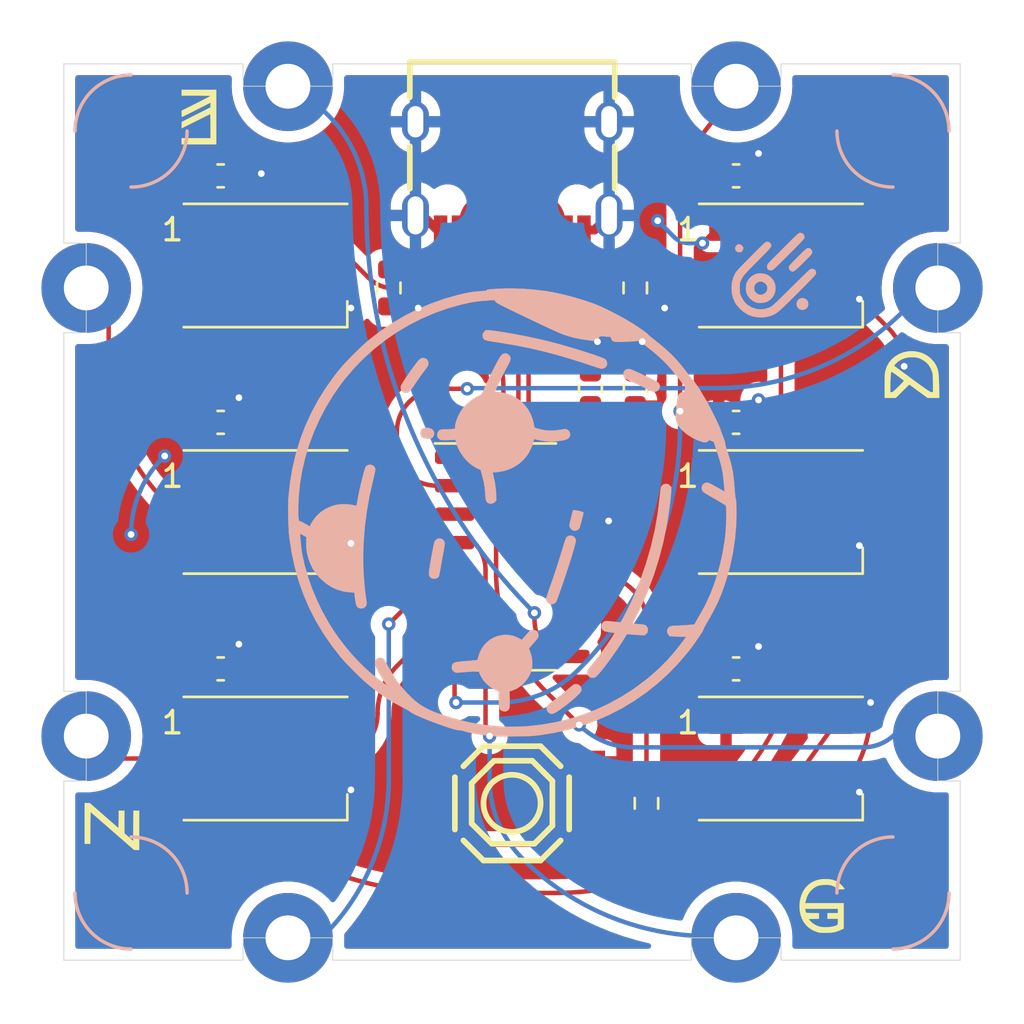
<source format=kicad_pcb>
(kicad_pcb (version 20210722) (generator pcbnew)
  (layers (0 "F.Cu" signal "Front") (31 "B.Cu" signal "Back") (34 "B.Paste" user) (35 "F.Paste" user) (36 "B.SilkS" user "B.Silkscreen") (37 "F.SilkS" user "F.Silkscreen") (38 "B.Mask" user) (39 "F.Mask" user) (44 "Edge.Cuts" user))
  (net 0 "")
  (net 1 "+3V3")
  (net 2 "GND")
  (net 3 "VBUS")
  (net 4 "Net-(D1-Pad2)")
  (net 5 "Net-(D2-Pad2)")
  (net 6 "Net-(D3-Pad2)")
  (net 7 "UD+")
  (net 8 "UD-")
  (net 9 "Net-(D4-Pad2)")
  (net 10 "Net-(J1-PadB5)")
  (net 11 "Net-(J1-PadA5)")
  (net 12 "DATA_LEDS")
  (net 13 "Net-(J2-Pad1)")
  (net 14 "Net-(J3-Pad1)")
  (net 15 "Net-(J4-Pad1)")
  (net 16 "Net-(J5-Pad1)")
  (net 17 "Net-(J6-Pad1)")
  (net 18 "Net-(J7-Pad1)")
  (net 19 "Net-(J8-Pad1)")
  (net 20 "Net-(J9-Pad1)")
  (net 21 "Net-(R3-Pad2)")
  (net 22 "Net-(D5-Pad2)")
  (footprint "Capacitor_SMD:C_0603_1608Metric" (layer "F.Cu") (at 29.188243 38.602)
    (fp_text reference "C4" hide)
    (fp_text value "0.1uf")
    (pad "1" smd roundrect locked (at -0.775 0) (size 0.9 0.95) (layers "F.Cu" "F.Paste" "F.Mask") (net 3 "VBUS"))
    (pad "2" smd roundrect locked (at 0.775 0) (size 0.9 0.95) (layers "F.Cu" "F.Paste" "F.Mask") (net 2 "GND"))
  )
  (footprint "Resistor_SMD:R_0603_1608Metric" (layer "F.Cu") (at 47.688243 32.602 -90)
    (fp_text reference "R1" hide)
    (fp_text value "5.1K")
    (pad "1" smd roundrect locked (at -0.825 0 270) (size 0.8 0.95) (layers "F.Cu" "F.Paste" "F.Mask") (net 11 "Net-(J1-PadA5)"))
    (pad "2" smd roundrect locked (at 0.825 0 270) (size 0.8 0.95) (layers "F.Cu" "F.Paste" "F.Mask") (net 2 "GND"))
  )
  (footprint "Components:Castelated" (layer "F.Cu") (at 61.188243 32.602 180)
    (fp_text reference "J5" hide)
    (fp_text value "Dune Right")
    (pad "1" thru_hole circle (at 0 0 180) (size 4 4) (drill 2) (layers *.Cu "F.Mask") (net 16 "Net-(J5-Pad1)"))
  )
  (footprint "Components:Castelated" (layer "F.Cu") (at 52.188243 23.602 -90)
    (fp_text reference "J9" hide)
    (fp_text value "3.0")
    (pad "1" thru_hole circle (at 0 0 270) (size 4 4) (drill 2) (layers *.Cu "F.Mask") (net 20 "Net-(J9-Pad1)"))
  )
  (footprint "Components:SW-SMD_4P-L5.1-W5.1-P3.70-LS6.5-TL-2" (layer "F.Cu") (at 42.188243 55.602 180)
    (fp_text reference "SW1" hide)
    (fp_text value "Tactile Button" hide)
    (pad "1" smd rect (at -3.3 -1.849 180) (size 1.7 1) (layers "F.Cu" "F.Paste" "F.Mask") (net 21 "Net-(R3-Pad2)"))
    (pad "2" smd rect (at 3.3 -1.85 180) (size 1.7 1) (layers "F.Cu" "F.Paste" "F.Mask") (net 21 "Net-(R3-Pad2)"))
    (pad "3" smd rect (at -3.3 1.85 180) (size 1.7 1) (layers "F.Cu" "F.Paste" "F.Mask") (net 3 "VBUS"))
    (pad "4" smd rect (at 3.3 1.85 180) (size 1.7 1) (layers "F.Cu" "F.Paste" "F.Mask") (net 3 "VBUS"))
  )
  (footprint "LED_SMD:LED_WS2812B_PLCC4_5.0x5.0mm_P3.2mm" (layer "F.Cu") (at 31.188243 42.602)
    (fp_text reference "D2" hide)
    (fp_text value "WS2812B")
    (fp_text user "1" (at -4.15 -1.6) (layer "F.SilkS"))
    (pad "1" smd rect locked (at -2.45 -1.6) (size 1.5 1) (layers "F.Cu" "F.Paste" "F.Mask") (net 3 "VBUS"))
    (pad "2" smd rect locked (at -2.45 1.6) (size 1.5 1) (layers "F.Cu" "F.Paste" "F.Mask") (net 5 "Net-(D2-Pad2)"))
    (pad "3" smd rect locked (at 2.45 1.6) (size 1.5 1) (layers "F.Cu" "F.Paste" "F.Mask") (net 2 "GND"))
    (pad "4" smd rect locked (at 2.45 -1.6) (size 1.5 1) (layers "F.Cu" "F.Paste" "F.Mask") (net 4 "Net-(D1-Pad2)"))
  )
  (footprint "LED_SMD:LED_WS2812B_PLCC4_5.0x5.0mm_P3.2mm" (layer "F.Cu") (at 31.188243 31.602)
    (fp_text reference "D1" hide)
    (fp_text value "WS2812B")
    (fp_text user "1" (at -4.15 -1.6) (layer "F.SilkS"))
    (pad "1" smd rect locked (at -2.45 -1.6) (size 1.5 1) (layers "F.Cu" "F.Paste" "F.Mask") (net 3 "VBUS"))
    (pad "2" smd rect locked (at -2.45 1.6) (size 1.5 1) (layers "F.Cu" "F.Paste" "F.Mask") (net 4 "Net-(D1-Pad2)"))
    (pad "3" smd rect locked (at 2.45 1.6) (size 1.5 1) (layers "F.Cu" "F.Paste" "F.Mask") (net 2 "GND"))
    (pad "4" smd rect locked (at 2.45 -1.6) (size 1.5 1) (layers "F.Cu" "F.Paste" "F.Mask") (net 12 "DATA_LEDS"))
  )
  (footprint "Capacitor_SMD:C_0603_1608Metric" (layer "F.Cu") (at 52.188243 38.602)
    (fp_text reference "C7" hide)
    (fp_text value "0.1uf")
    (pad "1" smd roundrect locked (at -0.775 0) (size 0.9 0.95) (layers "F.Cu" "F.Paste" "F.Mask") (net 3 "VBUS"))
    (pad "2" smd roundrect locked (at 0.775 0) (size 0.9 0.95) (layers "F.Cu" "F.Paste" "F.Mask") (net 2 "GND"))
  )
  (footprint "Package_SO:SO-16_3.9x9.9mm_P1.27mm" (layer "F.Cu") (at 42.2 44.602)
    (fp_text reference "U1" hide)
    (fp_text value "CH552G")
    (pad "1" smd roundrect locked (at -2.575 -4.445) (size 1.75 0.6) (layers "F.Cu" "F.Paste" "F.Mask") (net 18 "Net-(J7-Pad1)"))
    (pad "2" smd roundrect locked (at -2.575 -3.175) (size 1.75 0.6) (layers "F.Cu" "F.Paste" "F.Mask") (net 16 "Net-(J5-Pad1)"))
    (pad "3" smd roundrect locked (at -2.575 -1.905) (size 1.75 0.6) (layers "F.Cu" "F.Paste" "F.Mask") (net 15 "Net-(J4-Pad1)"))
    (pad "4" smd roundrect locked (at -2.575 -0.635) (size 1.75 0.6) (layers "F.Cu" "F.Paste" "F.Mask") (net 14 "Net-(J3-Pad1)"))
    (pad "5" smd roundrect locked (at -2.575 0.635) (size 1.75 0.6) (layers "F.Cu" "F.Paste" "F.Mask") (net 13 "Net-(J2-Pad1)"))
    (pad "6" smd roundrect locked (at -2.575 1.905) (size 1.75 0.6) (layers "F.Cu" "F.Paste" "F.Mask"))
    (pad "7" smd roundrect locked (at -2.575 3.175) (size 1.75 0.6) (layers "F.Cu" "F.Paste" "F.Mask") (net 19 "Net-(J8-Pad1)"))
    (pad "8" smd roundrect locked (at -2.575 4.445) (size 1.75 0.6) (layers "F.Cu" "F.Paste" "F.Mask") (net 20 "Net-(J9-Pad1)"))
    (pad "9" smd roundrect locked (at 2.575 4.445) (size 1.75 0.6) (layers "F.Cu" "F.Paste" "F.Mask") (net 17 "Net-(J6-Pad1)"))
    (pad "10" smd roundrect locked (at 2.575 3.175) (size 1.75 0.6) (layers "F.Cu" "F.Paste" "F.Mask"))
    (pad "11" smd roundrect locked (at 2.575 1.905) (size 1.75 0.6) (layers "F.Cu" "F.Paste" "F.Mask") (net 12 "DATA_LEDS"))
    (pad "12" smd roundrect locked (at 2.575 0.635) (size 1.75 0.6) (layers "F.Cu" "F.Paste" "F.Mask") (net 7 "UD+"))
    (pad "13" smd roundrect locked (at 2.575 -0.635) (size 1.75 0.6) (layers "F.Cu" "F.Paste" "F.Mask") (net 8 "UD-"))
    (pad "14" smd roundrect locked (at 2.575 -1.905) (size 1.75 0.6) (layers "F.Cu" "F.Paste" "F.Mask") (net 2 "GND"))
    (pad "15" smd roundrect locked (at 2.575 -3.175) (size 1.75 0.6) (layers "F.Cu" "F.Paste" "F.Mask") (net 3 "VBUS"))
    (pad "16" smd roundrect locked (at 2.575 -4.445) (size 1.75 0.6) (layers "F.Cu" "F.Paste" "F.Mask") (net 1 "+3V3"))
  )
  (footprint "LED_SMD:LED_WS2812B_PLCC4_5.0x5.0mm_P3.2mm" (layer "F.Cu") (at 54.188243 42.602)
    (fp_text reference "D5" hide)
    (fp_text value "WS2812B")
    (fp_text user "1" (at -4.15 -1.6) (layer "F.SilkS"))
    (pad "1" smd rect locked (at -2.45 -1.6) (size 1.5 1) (layers "F.Cu" "F.Paste" "F.Mask") (net 3 "VBUS"))
    (pad "2" smd rect locked (at -2.45 1.6) (size 1.5 1) (layers "F.Cu" "F.Paste" "F.Mask") (net 22 "Net-(D5-Pad2)"))
    (pad "3" smd rect locked (at 2.45 1.6) (size 1.5 1) (layers "F.Cu" "F.Paste" "F.Mask") (net 2 "GND"))
    (pad "4" smd rect locked (at 2.45 -1.6) (size 1.5 1) (layers "F.Cu" "F.Paste" "F.Mask") (net 9 "Net-(D4-Pad2)"))
  )
  (footprint "Capacitor_SMD:C_0603_1608Metric" (layer "F.Cu") (at 29.188243 49.602)
    (fp_text reference "C5" hide)
    (fp_text value "0.1uf")
    (pad "1" smd roundrect locked (at -0.775 0) (size 0.9 0.95) (layers "F.Cu" "F.Paste" "F.Mask") (net 3 "VBUS"))
    (pad "2" smd roundrect locked (at 0.775 0) (size 0.9 0.95) (layers "F.Cu" "F.Paste" "F.Mask") (net 2 "GND"))
  )
  (footprint "Components:Castelated" (layer "F.Cu") (at 23.188243 32.602 180)
    (fp_text reference "J4" hide)
    (fp_text value "Zebrum Left")
    (pad "1" thru_hole circle (at 0 0 180) (size 4 4) (drill 2) (layers *.Cu "F.Mask") (net 15 "Net-(J4-Pad1)"))
  )
  (footprint "Components:Castelated" (layer "F.Cu") (at 52.188243 61.602 180)
    (fp_text reference "J3" hide)
    (fp_text value "Gargantua Top")
    (pad "1" thru_hole circle (at 0 0 180) (size 4 4) (drill 2) (layers *.Cu "F.Mask") (net 14 "Net-(J3-Pad1)"))
  )
  (footprint "LOGO" (layer "F.Cu") (at 54.981796 61.260796)
    (fp_text reference "G***" hide)
    (fp_text value "LOGO" hide)
  )
  (footprint "Capacitor_SMD:C_0603_1608Metric" (layer "F.Cu") (at 45.688243 37.102 90)
    (fp_text reference "C2" hide)
    (fp_text value "0.1uf")
    (pad "1" smd roundrect locked (at -0.775 0 90) (size 0.9 0.95) (layers "F.Cu" "F.Paste" "F.Mask") (net 1 "+3V3"))
    (pad "2" smd roundrect locked (at 0.775 0 90) (size 0.9 0.95) (layers "F.Cu" "F.Paste" "F.Mask") (net 2 "GND"))
  )
  (footprint "Capacitor_SMD:C_0603_1608Metric" (layer "F.Cu") (at 29.188243 27.602)
    (fp_text reference "C3" hide)
    (fp_text value "0.1uf")
    (pad "1" smd roundrect locked (at -0.775 0) (size 0.9 0.95) (layers "F.Cu" "F.Paste" "F.Mask") (net 3 "VBUS"))
    (pad "2" smd roundrect locked (at 0.775 0) (size 0.9 0.95) (layers "F.Cu" "F.Paste" "F.Mask") (net 2 "GND"))
  )
  (footprint "Resistor_SMD:R_0603_1608Metric" (layer "F.Cu") (at 36.688243 32.602 -90)
    (fp_text reference "R2" hide)
    (fp_text value "5.1K")
    (pad "1" smd roundrect locked (at -0.825 0 270) (size 0.8 0.95) (layers "F.Cu" "F.Paste" "F.Mask") (net 10 "Net-(J1-PadB5)"))
    (pad "2" smd roundrect locked (at 0.825 0 270) (size 0.8 0.95) (layers "F.Cu" "F.Paste" "F.Mask") (net 2 "GND"))
  )
  (footprint "Capacitor_SMD:C_0603_1608Metric" (layer "F.Cu") (at 52.188243 27.602)
    (fp_text reference "C8" hide)
    (fp_text value "0.1uf")
    (pad "1" smd roundrect locked (at -0.775 0) (size 0.9 0.95) (layers "F.Cu" "F.Paste" "F.Mask") (net 3 "VBUS"))
    (pad "2" smd roundrect locked (at 0.775 0) (size 0.9 0.95) (layers "F.Cu" "F.Paste" "F.Mask") (net 2 "GND"))
  )
  (footprint "Components:USB-C-SMD_KH-TYPE-C-16P" (layer "F.Cu") (at 42.2 27.602 180)
    (fp_text reference "J1" hide)
    (fp_text value "USB_C_Receptacle_USB2.0" hide)
    (pad "" np_thru_hole circle locked (at -2.89 -1.235 180) (size 0.7 0.7) (drill 0.7) (layers *.Cu *.Mask))
    (pad "" np_thru_hole circle locked (at 2.89 -1.235 180) (size 0.7 0.7) (drill 0.7) (layers *.Cu *.Mask))
    (pad "A1" smd rect locked (at -3.35 -2.415 180) (size 0.3 1.3) (layers "F.Cu" "F.Paste" "F.Mask") (net 2 "GND"))
    (pad "A4" smd rect locked (at -2.55 -2.415 180) (size 0.3 1.3) (layers "F.Cu" "F.Paste" "F.Mask") (net 3 "VBUS"))
    (pad "A5" smd rect locked (at -1.25 -2.415 180) (size 0.3 1.3) (layers "F.Cu" "F.Paste" "F.Mask") (net 11 "Net-(J1-PadA5)"))
    (pad "A6" smd rect locked (at -0.25 -2.415 180) (size 0.3 1.3) (layers "F.Cu" "F.Paste" "F.Mask") (net 7 "UD+"))
    (pad "A7" smd rect locked (at 0.25 -2.415 180) (size 0.3 1.3) (layers "F.Cu" "F.Paste" "F.Mask") (net 8 "UD-"))
    (pad "A8" smd rect locked (at 1.25 -2.415 180) (size 0.3 1.3) (layers "F.Cu" "F.Paste" "F.Mask"))
    (pad "A9" smd rect locked (at 2.55 -2.415 180) (size 0.3 1.3) (layers "F.Cu" "F.Paste" "F.Mask") (net 3 "VBUS"))
    (pad "A12" smd rect locked (at 3.35 -2.415 180) (size 0.3 1.3) (layers "F.Cu" "F.Paste" "F.Mask") (net 2 "GND"))
    (pad "B1" smd rect locked (at 3.05 -2.415 180) (size 0.3 1.3) (layers "F.Cu" "F.Paste" "F.Mask") (net 2 "GND"))
    (pad "B4" smd rect locked (at 2.25 -2.415 180) (size 0.3 1.3) (layers "F.Cu" "F.Paste" "F.Mask") (net 3 "VBUS"))
    (pad "B5" smd rect locked (at 1.75 -2.415 180) (size 0.3 1.3) (layers "F.Cu" "F.Paste" "F.Mask") (net 10 "Net-(J1-PadB5)"))
    (pad "B6" smd rect locked (at 0.75 -2.415 180) (size 0.3 1.3) (layers "F.Cu" "F.Paste" "F.Mask") (net 7 "UD+"))
    (pad "B7" smd rect locked (at -0.75 -2.415 180) (size 0.3 1.3) (layers "F.Cu" "F.Paste" "F.Mask") (net 8 "UD-"))
    (pad "B8" smd rect locked (at -1.75 -2.415 180) (size 0.3 1.3) (layers "F.Cu" "F.Paste" "F.Mask"))
    (pad "B9" smd rect locked (at -2.25 -2.415 180) (size 0.3 1.3) (layers "F.Cu" "F.Paste" "F.Mask") (net 3 "VBUS"))
    (pad "B12" smd rect locked (at -3.05 -2.415 180) (size 0.3 1.3) (layers "F.Cu" "F.Paste" "F.Mask") (net 2 "GND"))
    (pad "S1" thru_hole oval locked (at 4.32 -1.765 180) (size 1.2 2) (drill oval 0.7 1.7) (layers *.Cu *.Paste *.Mask) (net 2 "GND"))
    (pad "S1" thru_hole oval locked (at -4.32 -1.765 180) (size 1.2 2) (drill oval 0.7 1.7) (layers *.Cu *.Paste *.Mask) (net 2 "GND"))
    (pad "S1" thru_hole oval locked (at 4.32 2.415 180) (size 1.2 1.8) (drill oval 0.7 1.4) (layers *.Cu *.Paste *.Mask) (net 2 "GND"))
    (pad "S1" thru_hole oval locked (at -4.32 2.415 180) (size 1.2 1.8) (drill oval 0.7 1.4) (layers *.Cu *.Paste *.Mask) (net 2 "GND"))
  )
  (footprint "LED_SMD:LED_WS2812B_PLCC4_5.0x5.0mm_P3.2mm" (layer "F.Cu") (at 31.188243 53.602)
    (fp_text reference "D3" hide)
    (fp_text value "WS2812B")
    (fp_text user "1" (at -4.15 -1.6) (layer "F.SilkS"))
    (pad "1" smd rect locked (at -2.45 -1.6) (size 1.5 1) (layers "F.Cu" "F.Paste" "F.Mask") (net 3 "VBUS"))
    (pad "2" smd rect locked (at -2.45 1.6) (size 1.5 1) (layers "F.Cu" "F.Paste" "F.Mask") (net 6 "Net-(D3-Pad2)"))
    (pad "3" smd rect locked (at 2.45 1.6) (size 1.5 1) (layers "F.Cu" "F.Paste" "F.Mask") (net 2 "GND"))
    (pad "4" smd rect locked (at 2.45 -1.6) (size 1.5 1) (layers "F.Cu" "F.Paste" "F.Mask") (net 5 "Net-(D2-Pad2)"))
  )
  (footprint "LOGO" (layer "F.Cu") (at 61.315899 37.534039 90)
    (fp_text reference "G***" hide)
    (fp_text value "LOGO" hide)
  )
  (footprint "LOGO" (layer "F.Cu") (at 29.027984 23.922517 180)
    (fp_text reference "G***" hide)
    (fp_text value "LOGO" hide)
  )
  (footprint "Capacitor_SMD:C_0603_1608Metric" (layer "F.Cu") (at 52.188243 49.602)
    (fp_text reference "C6" hide)
    (fp_text value "0.1uf")
    (pad "1" smd roundrect locked (at -0.775 0) (size 0.9 0.95) (layers "F.Cu" "F.Paste" "F.Mask") (net 3 "VBUS"))
    (pad "2" smd roundrect locked (at 0.775 0) (size 0.9 0.95) (layers "F.Cu" "F.Paste" "F.Mask") (net 2 "GND"))
  )
  (footprint "LED_SMD:LED_WS2812B_PLCC4_5.0x5.0mm_P3.2mm" (layer "F.Cu") (at 54.188243 31.602)
    (fp_text reference "D6" hide)
    (fp_text value "WS2812B")
    (fp_text user "1" (at -4.15 -1.6) (layer "F.SilkS"))
    (pad "1" smd rect locked (at -2.45 -1.6) (size 1.5 1) (layers "F.Cu" "F.Paste" "F.Mask") (net 3 "VBUS"))
    (pad "2" smd rect locked (at -2.45 1.6) (size 1.5 1) (layers "F.Cu" "F.Paste" "F.Mask"))
    (pad "3" smd rect locked (at 2.45 1.6) (size 1.5 1) (layers "F.Cu" "F.Paste" "F.Mask") (net 2 "GND"))
    (pad "4" smd rect locked (at 2.45 -1.6) (size 1.5 1) (layers "F.Cu" "F.Paste" "F.Mask") (net 22 "Net-(D5-Pad2)"))
  )
  (footprint "Components:Castelated" (layer "F.Cu") (at 32.188243 61.602)
    (fp_text reference "J2" hide)
    (fp_text value "Quamtum Front")
    (pad "1" thru_hole circle (at 0 0) (size 4 4) (drill 2) (layers *.Cu "F.Mask") (net 13 "Net-(J2-Pad1)"))
  )
  (footprint "LOGO" (layer "F.Cu") (at 41.719525 42.615346)
    (fp_text reference "G***" hide)
    (fp_text value "LOGO" hide)
  )
  (footprint "Resistor_SMD:R_0603_1608Metric" (layer "F.Cu") (at 48.188243 55.602 -90)
    (fp_text reference "R3" hide)
    (fp_text value "10K")
    (pad "1" smd roundrect locked (at -0.825 0 270) (size 0.8 0.95) (layers "F.Cu" "F.Paste" "F.Mask") (net 7 "UD+"))
    (pad "2" smd roundrect locked (at 0.825 0 270) (size 0.8 0.95) (layers "F.Cu" "F.Paste" "F.Mask") (net 21 "Net-(R3-Pad2)"))
  )
  (footprint "LED_SMD:LED_WS2812B_PLCC4_5.0x5.0mm_P3.2mm" (layer "F.Cu") (at 54.188243 53.602)
    (fp_text reference "D4" hide)
    (fp_text value "WS2812B")
    (fp_text user "1" (at -4.15 -1.6) (layer "F.SilkS"))
    (pad "1" smd rect locked (at -2.45 -1.6) (size 1.5 1) (layers "F.Cu" "F.Paste" "F.Mask") (net 3 "VBUS"))
    (pad "2" smd rect locked (at -2.45 1.6) (size 1.5 1) (layers "F.Cu" "F.Paste" "F.Mask") (net 9 "Net-(D4-Pad2)"))
    (pad "3" smd rect locked (at 2.45 1.6) (size 1.5 1) (layers "F.Cu" "F.Paste" "F.Mask") (net 2 "GND"))
    (pad "4" smd rect locked (at 2.45 -1.6) (size 1.5 1) (layers "F.Cu" "F.Paste" "F.Mask") (net 6 "Net-(D3-Pad2)"))
  )
  (footprint "Components:Castelated" (layer "F.Cu") (at 61.188243 52.602 -90)
    (fp_text reference "J7" hide)
    (fp_text value "3.2")
    (pad "1" thru_hole circle (at 0 0 270) (size 4 4) (drill 2) (layers *.Cu "F.Mask") (net 18 "Net-(J7-Pad1)"))
  )
  (footprint "Capacitor_SMD:C_0603_1608Metric" (layer "F.Cu") (at 47.688243 37.102 90)
    (fp_text reference "C1" hide)
    (fp_text value "0.1uf")
    (pad "1" smd roundrect locked (at -0.775 0 90) (size 0.9 0.95) (layers "F.Cu" "F.Paste" "F.Mask") (net 3 "VBUS"))
    (pad "2" smd roundrect locked (at 0.775 0 90) (size 0.9 0.95) (layers "F.Cu" "F.Paste" "F.Mask") (net 2 "GND"))
  )
  (footprint "LOGO" (layer "F.Cu") (at 41.719525 42.615346)
    (fp_text reference "G***" hide)
    (fp_text value "LOGO" hide)
  )
  (footprint "LOGO" (layer "F.Cu") (at 23.188243 55.602 -90)
    (fp_text reference "G***" hide)
    (fp_text value "LOGO" hide)
  )
  (footprint "Components:Castelated" (layer "F.Cu") (at 23.188243 52.602 180)
    (fp_text reference "J8" hide)
    (fp_text value "3.1")
    (pad "1" thru_hole circle (at 0 0 180) (size 4 4) (drill 2) (layers *.Cu "F.Mask") (net 19 "Net-(J8-Pad1)"))
  )
  (footprint "Components:Castelated" (layer "F.Cu") (at 32.188243 23.602 -90)
    (fp_text reference "J6" hide)
    (fp_text value "Enkrusion Back")
    (pad "1" thru_hole circle (at 0 0 270) (size 4 4) (drill 2) (layers *.Cu "F.Mask") (net 17 "Net-(J6-Pad1)"))
  )
  (footprint "LOGO" (layer "F.Cu") (at 56.149436 44.81375)
    (fp_text reference "G***" hide)
    (fp_text value "LOGO" hide)
  )
  (gr_arc (start 25.188243 25.602) (end 25.188243 23.102) (angle -90) (layer "B.SilkS") (width 0.1524))
  (gr_arc (start 59.188243 25.602) (end 56.688243 25.602) (angle -90) (layer "B.SilkS") (width 0.1524))
  (gr_arc (start 59.188243 25.602) (end 61.688243 25.602) (angle -90) (layer "B.SilkS") (width 0.1524))
  (gr_arc (start 25.188243 59.602) (end 22.688243 59.602) (angle -90) (layer "B.SilkS") (width 0.1524))
  (gr_arc (start 25.188243 25.602) (end 25.188243 28.102) (angle -90) (layer "B.SilkS") (width 0.1524))
  (gr_arc (start 59.188243 59.602) (end 59.188243 57.102) (angle -90) (layer "B.SilkS") (width 0.1524))
  (gr_arc (start 25.188243 59.602) (end 27.688243 59.602) (angle -90) (layer "B.SilkS") (width 0.1524))
  (gr_arc (start 59.188243 59.602) (end 59.188243 62.102) (angle -90) (layer "B.SilkS") (width 0.1524))
  (gr_line (start 23.188243 30.602) (end 22.188243 30.602) (layer "Edge.Cuts") (width 0.0381))
  (gr_line (start 62.188243 30.602) (end 62.188243 22.602) (layer "Edge.Cuts") (width 0.0381))
  (gr_line (start 34.188243 61.602) (end 34.188243 62.602) (layer "Edge.Cuts") (width 0.0381))
  (gr_line (start 50.188243 23.602) (end 50.188243 22.602) (layer "Edge.Cuts") (width 0.0381))
  (gr_line (start 61.188243 32.602) (end 61.188243 34.602) (layer "Edge.Cuts") (width 0.0381))
  (gr_line (start 23.188243 32.602) (end 23.188243 30.602) (layer "Edge.Cuts") (width 0.0381))
  (gr_line (start 61.188243 52.602) (end 61.188243 54.602) (layer "Edge.Cuts") (width 0.0381))
  (gr_line (start 61.188243 34.602) (end 62.188243 34.602) (layer "Edge.Cuts") (width 0.0381))
  (gr_line (start 50.188243 62.602) (end 34.188243 62.602) (layer "Edge.Cuts") (width 0.0381))
  (gr_line (start 61.188243 54.602) (end 62.188243 54.602) (layer "Edge.Cuts") (width 0.0381))
  (gr_line (start 52.188243 23.602) (end 50.188243 23.602) (layer "Edge.Cuts") (width 0.0381))
  (gr_line (start 61.188243 32.602) (end 61.188243 30.602) (layer "Edge.Cuts") (width 0.0381))
  (gr_line (start 61.188243 52.602) (end 61.188243 50.602) (layer "Edge.Cuts") (width 0.0381))
  (gr_line (start 62.188243 54.602) (end 62.188243 62.602) (layer "Edge.Cuts") (width 0.0381))
  (gr_line (start 61.188243 30.602) (end 62.188243 30.602) (layer "Edge.Cuts") (width 0.0381))
  (gr_line (start 30.188243 62.602) (end 22.188243 62.602) (layer "Edge.Cuts") (width 0.0381))
  (gr_line (start 32.188243 61.602) (end 34.188243 61.602) (layer "Edge.Cuts") (width 0.0381))
  (gr_line (start 52.188243 61.602) (end 54.188243 61.602) (layer "Edge.Cuts") (width 0.0381))
  (gr_line (start 22.188243 54.602) (end 22.188243 62.602) (layer "Edge.Cuts") (width 0.0381))
  (gr_line (start 50.188243 61.602) (end 50.188243 62.602) (layer "Edge.Cuts") (width 0.0381))
  (gr_line (start 54.188243 23.602) (end 54.188243 22.602) (layer "Edge.Cuts") (width 0.0381))
  (gr_line (start 52.188243 23.602) (end 54.188243 23.602) (layer "Edge.Cuts") (width 0.0381))
  (gr_line (start 22.188243 30.602) (end 22.188243 22.602) (layer "Edge.Cuts") (width 0.0381))
  (gr_line (start 23.188243 50.602) (end 22.188243 50.602) (layer "Edge.Cuts") (width 0.0381))
  (gr_line (start 54.188243 61.602) (end 54.188243 62.602) (layer "Edge.Cuts") (width 0.0381))
  (gr_line (start 23.188243 52.602) (end 23.188243 50.602) (layer "Edge.Cuts") (width 0.0381))
  (gr_line (start 34.188243 22.602) (end 50.188243 22.602) (layer "Edge.Cuts") (width 0.0381))
  (gr_line (start 61.188243 50.602) (end 62.188243 50.602) (layer "Edge.Cuts") (width 0.0381))
  (gr_line (start 62.188243 34.602) (end 62.188243 50.602) (layer "Edge.Cuts") (width 0.0381))
  (gr_line (start 54.188243 62.602) (end 62.188243 62.602) (layer "Edge.Cuts") (width 0.0381))
  (gr_line (start 30.188243 22.602) (end 22.188243 22.602) (layer "Edge.Cuts") (width 0.0381))
  (gr_line (start 32.188243 23.602) (end 34.188243 23.602) (layer "Edge.Cuts") (width 0.0381))
  (gr_line (start 23.188243 52.602) (end 23.188243 54.602) (layer "Edge.Cuts") (width 0.0381))
  (gr_line (start 32.188243 61.602) (end 30.188243 61.602) (layer "Edge.Cuts") (width 0.0381))
  (gr_line (start 30.188243 23.602) (end 30.188243 22.602) (layer "Edge.Cuts") (width 0.0381))
  (gr_line (start 30.188243 61.602) (end 30.188243 62.602) (layer "Edge.Cuts") (width 0.0381))
  (gr_line (start 22.188243 50.602) (end 22.188243 34.602) (layer "Edge.Cuts") (width 0.0381))
  (gr_line (start 23.188243 34.602) (end 22.188243 34.602) (layer "Edge.Cuts") (width 0.0381))
  (gr_line (start 52.188243 61.602) (end 50.188243 61.602) (layer "Edge.Cuts") (width 0.0381))
  (gr_line (start 54.188243 22.602) (end 62.188243 22.602) (layer "Edge.Cuts") (width 0.0381))
  (gr_line (start 23.188243 54.602) (end 22.188243 54.602) (layer "Edge.Cuts") (width 0.0381))
  (gr_line (start 34.188243 23.602) (end 34.188243 22.602) (layer "Edge.Cuts") (width 0.0381))
  (gr_line (start 32.188243 23.602) (end 30.188243 23.602) (layer "Edge.Cuts") (width 0.0381))
  (gr_line (start 23.188243 32.602) (end 23.188243 34.602) (layer "Edge.Cuts") (width 0.0381))
  (segment (start 45.688243 39.243757) (end 45.688243 37.877) (width 0.2) (layer "F.Cu") (net 1))
  (segment (start 44.775 40.157) (end 45.688243 39.243757) (width 0.2) (layer "F.Cu") (net 1))
  (segment (start 57.588243 44.202) (end 56.638243 44.202) (width 0.2) (layer "F.Cu") (net 2))
  (segment (start 57.688243 44.102) (end 57.588243 44.202) (width 0.2) (layer "F.Cu") (net 2))
  (segment (start 57.688243 33.102) (end 57.588243 33.202) (width 0.2) (layer "F.Cu") (net 2))
  (segment (start 52.963243 38.602) (end 52.963243 37.827) (width 0.2) (layer "F.Cu") (net 2))
  (segment (start 37.927 33.427) (end 38 33.5) (width 0.2) (layer "F.Cu") (net 2))
  (segment (start 44.775 42.697) (end 46.197 42.697) (width 0.2) (layer "F.Cu") (net 2))
  (segment (start 47.688243 33.427) (end 48.927 33.427) (width 0.2) (layer "F.Cu") (net 2))
  (segment (start 58.188243 51.460012) (end 58.188243 51.102) (width 0.2) (layer "F.Cu") (net 2))
  (segment (start 33.638243 55.202) (end 34.798 55.202) (width 0.2) (layer "F.Cu") (net 2))
  (segment (start 38.2 29.367) (end 38.85 30.017) (width 0.4) (layer "F.Cu") (net 2))
  (segment (start 33.638243 33.202) (end 34.702 33.202) (width 0.2) (layer "F.Cu") (net 2))
  (segment (start 34.702 33.202) (end 35 33.5) (width 0.2) (layer "F.Cu") (net 2))
  (segment (start 52.963243 27.602) (end 52.963243 26.827) (width 0.2) (layer "F.Cu") (net 2))
  (segment (start 56.638243 55.202) (end 57.588243 55.202) (width 0.2) (layer "F.Cu") (net 2))
  (segment (start 36.688243 33.427) (end 37.927 33.427) (width 0.2) (layer "F.Cu") (net 2))
  (segment (start 37.88 29.367) (end 38.2 29.367) (width 0.4) (layer "F.Cu") (net 2))
  (segment (start 29.963243 27.602) (end 30.898 27.602) (width 0.2) (layer "F.Cu") (net 2))
  (segment (start 47.688243 36.327) (end 47.688243 35.311757) (width 0.2) (layer "F.Cu") (net 2))
  (segment (start 29.963243 48.536757) (end 30 48.5) (width 0.2) (layer "F.Cu") (net 2))
  (segment (start 57.588243 33.202) (end 56.638243 33.202) (width 0.2) (layer "F.Cu") (net 2))
  (segment (start 57.588243 55.202) (end 57.688243 55.102) (width 0.2) (layer "F.Cu") (net 2))
  (segment (start 46.197 42.697) (end 46.5 43) (width 0.2) (layer "F.Cu") (net 2))
  (segment (start 29.963243 38.602) (end 29.963243 37.536757) (width 0.2) (layer "F.Cu") (net 2))
  (segment (start 30.898 27.602) (end 31 27.5) (width 0.2) (layer "F.Cu") (net 2))
  (segment (start 52.963243 49.602) (end 52.963243 48.827) (width 0.2) (layer "F.Cu") (net 2))
  (segment (start 34.798 55.202) (end 35 55) (width 0.2) (layer "F.Cu") (net 2))
  (segment (start 47.688243 35.311757) (end 48 35) (width 0.2) (layer "F.Cu") (net 2))
  (segment (start 52.963243 26.827) (end 53.188243 26.602) (width 0.2) (layer "F.Cu") (net 2))
  (segment (start 34.798 44.202) (end 35 44) (width 0.2) (layer "F.Cu") (net 2))
  (segment (start 45.55 30.017) (end 45.87 30.017) (width 0.4) (layer "F.Cu") (net 2))
  (segment (start 52.963243 48.827) (end 53.188243 48.602) (width 0.2) (layer "F.Cu") (net 2))
  (segment (start 52.963243 37.827) (end 53.188243 37.602) (width 0.2) (layer "F.Cu") (net 2))
  (segment (start 45.688243 35.311757) (end 46 35) (width 0.2) (layer "F.Cu") (net 2))
  (segment (start 33.638243 44.202) (end 34.798 44.202) (width 0.2) (layer "F.Cu") (net 2))
  (segment (start 45.688243 36.327) (end 45.688243 35.311757) (width 0.2) (layer "F.Cu") (net 2))
  (segment (start 29.963243 37.536757) (end 30 37.5) (width 0.2) (layer "F.Cu") (net 2))
  (segment (start 45.87 30.017) (end 46.52 29.367) (width 0.4) (layer "F.Cu") (net 2))
  (segment (start 29.963243 49.602) (end 29.963243 48.536757) (width 0.2) (layer "F.Cu") (net 2))
  (segment (start 57.688243 33.102) (end 58.981079 34.394836) (width 0.2) (layer "F.Cu") (net 2))
  (segment (start 48.927 33.427) (end 49 33.5) (width 0.2) (layer "F.Cu") (net 2))
  (via (at 35 55) (size 0.6) (drill 0.3) (layers "F.Cu" "B.Cu") (net 2))
  (via (at 35 44) (size 0.6) (drill 0.3) (layers "F.Cu" "B.Cu") (net 2))
  (via (at 57.688243 33.102) (size 0.6) (drill 0.3) (layers "F.Cu" "B.Cu") (net 2))
  (via (at 58.188243 51.102) (size 0.6) (drill 0.3) (layers "F.Cu" "B.Cu") (net 2))
  (via (at 57.688243 44.102) (size 0.6) (drill 0.3) (layers "F.Cu" "B.Cu") (net 2))
  (via (at 38 33.5) (size 0.6) (drill 0.3) (layers "F.Cu" "B.Cu") (net 2))
  (via (at 53.188243 48.602) (size 0.6) (drill 0.3) (layers "F.Cu" "B.Cu") (net 2))
  (via (at 31 27.5) (size 0.6) (drill 0.3) (layers "F.Cu" "B.Cu") (net 2))
  (via (at 30 37.5) (size 0.6) (drill 0.3) (layers "F.Cu" "B.Cu") (net 2))
  (via (at 57.688243 55.102) (size 0.6) (drill 0.3) (layers "F.Cu" "B.Cu") (net 2))
  (via (at 48 35) (size 0.6) (drill 0.3) (layers "F.Cu" "B.Cu") (net 2))
  (via (at 49 33.5) (size 0.6) (drill 0.3) (layers "F.Cu" "B.Cu") (net 2))
  (via (at 53.188243 37.602) (size 0.6) (drill 0.3) (layers "F.Cu" "B.Cu") (net 2))
  (via (at 46.5 43) (size 0.6) (drill 0.3) (layers "F.Cu" "B.Cu") (net 2))
  (via (at 59.688243 36.102) (size 0.6) (drill 0.3) (layers "F.Cu" "B.Cu") (net 2))
  (via (at 30 48.5) (size 0.6) (drill 0.3) (layers "F.Cu" "B.Cu") (net 2))
  (via (at 53.188243 26.602) (size 0.6) (drill 0.3) (layers "F.Cu" "B.Cu") (net 2))
  (via (at 46 35) (size 0.6) (drill 0.3) (layers "F.Cu" "B.Cu") (net 2))
  (via (at 35 33.5) (size 0.6) (drill 0.3) (layers "F.Cu" "B.Cu") (net 2))
  (arc (start 59.688243 36.102) (mid 59.504457 35.178127) (end 58.981079 34.394836) (width 0.2) (layer "F.Cu") (net 2))
  (arc (start 56.638243 55.202) (mid 57.78542 53.485144) (end 58.188243 51.460012) (width 0.2) (layer "F.Cu") (net 2))
  (segment (start 27.588243 41.002) (end 26.688243 40.102) (width 0.2) (layer "F.Cu") (net 3))
  (segment (start 47.688243 37.877) (end 47.688243 39.388756) (width 0.2) (layer "F.Cu") (net 3))
  (segment (start 41.050367 28.539646) (end 43.349645 28.539646) (width 0.2) (layer "F.Cu") (net 3))
  (segment (start 28.413243 29.677) (end 28.738243 30.002) (width 0.6) (layer "F.Cu") (net 3))
  (segment (start 39.95 30.017) (end 39.95 29.581214) (width 0.2) (layer "F.Cu") (net 3))
  (segment (start 28.413243 51.677) (end 28.738243 52.002) (width 0.6) (layer "F.Cu") (net 3))
  (segment (start 45.649999 41.427) (end 44.775 41.427) (width 0.2) (layer "F.Cu") (net 3))
  (segment (start 51.288243 30.002) (end 50.688243 30.602) (width 0.2) (layer "F.Cu") (net 3))
  (segment (start 51.738243 30.002) (end 51.288243 30.002) (width 0.2) (layer "F.Cu") (net 3))
  (segment (start 28.738243 41.002) (end 27.588243 41.002) (width 0.2) (layer "F.Cu") (net 3))
  (segment (start 47.688243 39.388756) (end 45.649999 41.427) (width 0.2) (layer "F.Cu") (net 3))
  (segment (start 44.45 29.581214) (end 44.45 30.017) (width 0.2) (layer "F.Cu") (net 3))
  (via (at 26.688243 40.102) (size 0.6) (drill 0.3) (layers "F.Cu" "B.Cu") (net 3))
  (via (at 25.188243 43.602) (size 0.6) (drill 0.3) (layers "F.Cu" "B.Cu") (net 3))
  (via (at 50.688243 30.602) (size 0.6) (drill 0.3) (layers "F.Cu" "B.Cu") (net 3))
  (via (at 48.688243 29.602) (size 0.6) (drill 0.3) (layers "F.Cu" "B.Cu") (net 3))
  (arc (start 44.45 29.581214) (mid 44.37388 29.198531) (end 44.157107 28.874107) (width 0.2) (layer "F.Cu") (net 3))
  (arc (start 39.95 29.581214) (mid 40.02612 29.198531) (end 40.242893 28.874107) (width 0.2) (layer "F.Cu") (net 3))
  (arc (start 41.050367 28.539646) (mid 40.61336 28.626572) (end 40.242893 28.874107) (width 0.2) (layer "F.Cu") (net 3))
  (arc (start 43.349645 28.539646) (mid 43.786642 28.62657) (end 44.157107 28.874107) (width 0.2) (layer "F.Cu") (net 3))
  (segment (start 50.688243 30.602) (end 50.102457 30.602) (width 0.2) (layer "B.Cu") (net 3))
  (segment (start 49.39535 30.309107) (end 48.688243 29.602) (width 0.2) (layer "B.Cu") (net 3))
  (segment (start 26.602455 40.187788) (end 26.688243 40.102) (width 0.2) (layer "B.Cu") (net 3))
  (arc (start 50.102457 30.602) (mid 49.719774 30.52588) (end 49.39535 30.309107) (width 0.2) (layer "B.Cu") (net 3))
  (arc (start 26.602455 40.187788) (mid 25.555785 41.75424) (end 25.188243 43.602) (width 0.2) (layer "B.Cu") (net 3))
  (segment (start 28.738243 33.202) (end 31.587655 36.051412) (width 0.2) (layer "F.Cu") (net 4))
  (arc (start 33.638243 41.002) (mid 33.105312 38.322747) (end 31.587655 36.051412) (width 0.2) (layer "F.Cu") (net 4))
  (segment (start 28.738243 44.202) (end 31.587626 47.051383) (width 0.2) (layer "F.Cu") (net 5))
  (arc (start 31.587626 47.051383) (mid 33.105305 49.32275) (end 33.638243 52.002) (width 0.2) (layer "F.Cu") (net 5))
  (segment (start 55.331291 53.824538) (end 56.638243 52.002) (width 0.2) (layer "F.Cu") (net 6))
  (segment (start 39.360766 59.602) (end 44.078819 59.602) (width 0.2) (layer "F.Cu") (net 6))
  (arc (start 55.331291 53.824538) (mid 50.403319 58.073242) (end 44.078819 59.602) (width 0.2) (layer "F.Cu") (net 6))
  (arc (start 28.738243 55.202) (mid 33.611905 58.458481) (end 39.360766 59.602) (width 0.2) (layer "F.Cu") (net 6))
  (segment (start 42.473 43.707785) (end 43.594215 44.829) (width 0.2) (layer "F.Cu") (net 7))
  (segment (start 48.188243 47.516655) (end 48.188243 54.777) (width 0.2) (layer "F.Cu") (net 7))
  (segment (start 42.324999 30.992001) (end 42.45 30.867) (width 0.2) (layer "F.Cu") (net 7))
  (segment (start 41.45 30.017) (end 41.45 30.867) (width 0.2) (layer "F.Cu") (net 7))
  (segment (start 42.45 30.867) (end 42.45 30.017) (width 0.2) (layer "F.Cu") (net 7))
  (segment (start 44.775 45.237) (end 45.513065 45.237) (width 0.2) (layer "F.Cu") (net 7))
  (segment (start 44.367 44.829) (end 44.775 45.237) (width 0.2) (layer "F.Cu") (net 7))
  (segment (start 42.45 30.992001) (end 42.473 31.015001) (width 0.2) (layer "F.Cu") (net 7))
  (segment (start 42.45 30.017) (end 42.45 30.992001) (width 0.2) (layer "F.Cu") (net 7))
  (segment (start 41.575001 30.992001) (end 42.324999 30.992001) (width 0.2) (layer "F.Cu") (net 7))
  (segment (start 41.45 30.867) (end 41.575001 30.992001) (width 0.2) (layer "F.Cu") (net 7))
  (segment (start 43.594215 44.829) (end 44.367 44.829) (width 0.2) (layer "F.Cu") (net 7))
  (segment (start 42.473 31.015001) (end 42.473 43.707785) (width 0.2) (layer "F.Cu") (net 7))
  (arc (start 47.602457 46.102457) (mid 46.643834 45.461925) (end 45.513065 45.237) (width 0.2) (layer "F.Cu") (net 7))
  (arc (start 47.602457 46.102457) (mid 48.036004 46.751301) (end 48.188243 47.516655) (width 0.2) (layer "F.Cu") (net 7))
  (segment (start 42.95 30.992001) (end 42.927 31.015001) (width 0.2) (layer "F.Cu") (net 8))
  (segment (start 42.174332 29.039646) (end 42.822646 29.039646) (width 0.2) (layer "F.Cu") (net 8))
  (segment (start 42.95 30.017) (end 42.95 30.992001) (width 0.2) (layer "F.Cu") (net 8))
  (segment (start 42.927 43.519729) (end 43.782271 44.375) (width 0.2) (layer "F.Cu") (net 8))
  (segment (start 41.95 29.263978) (end 42.174332 29.039646) (width 0.2) (layer "F.Cu") (net 8))
  (segment (start 41.95 30.017) (end 41.95 29.263978) (width 0.2) (layer "F.Cu") (net 8))
  (segment (start 43.782271 44.375) (end 44.367 44.375) (width 0.2) (layer "F.Cu") (net 8))
  (segment (start 42.822646 29.039646) (end 42.95 29.167) (width 0.2) (layer "F.Cu") (net 8))
  (segment (start 42.927 31.015001) (end 42.927 43.519729) (width 0.2) (layer "F.Cu") (net 8))
  (segment (start 44.367 44.375) (end 44.775 43.967) (width 0.2) (layer "F.Cu") (net 8))
  (segment (start 42.95 29.167) (end 42.95 30.017) (width 0.2) (layer "F.Cu") (net 8))
  (segment (start 55.188243 46.872977) (end 55.188243 44.502599) (width 0.2) (layer "F.Cu") (net 9))
  (arc (start 55.188243 46.872977) (mid 54.29162 51.380606) (end 51.738243 55.202) (width 0.2) (layer "F.Cu") (net 9))
  (arc (start 55.188243 44.502599) (mid 55.565084 42.608091) (end 56.638243 41.002) (width 0.2) (layer "F.Cu") (net 9))
  (segment (start 40.45 30.832376) (end 39.505376 31.777) (width 0.2) (layer "F.Cu") (net 10))
  (segment (start 40.45 30.017) (end 40.45 30.832376) (width 0.2) (layer "F.Cu") (net 10))
  (segment (start 39.505376 31.777) (end 36.688243 31.777) (width 0.2) (layer "F.Cu") (net 10))
  (segment (start 43.45 30.017) (end 43.45 30.929354) (width 0.2) (layer "F.Cu") (net 11))
  (segment (start 43.45 30.929354) (end 44.297646 31.777) (width 0.2) (layer "F.Cu") (net 11))
  (segment (start 44.297646 31.777) (end 47.688243 31.777) (width 0.2) (layer "F.Cu") (net 11))
  (segment (start 35.787082 32.150839) (end 33.638243 30.002) (width 0.2) (layer "F.Cu") (net 12))
  (segment (start 37.084912 32.620242) (end 36.920323 32.620242) (width 0.2) (layer "F.Cu") (net 12))
  (segment (start 44.775 46.507) (end 44.728428 46.507) (width 0.2) (layer "F.Cu") (net 12))
  (segment (start 41.804237 42.275834) (end 41.804237 37.032398) (width 0.2) (layer "F.Cu") (net 12))
  (arc (start 35.787082 32.150839) (mid 36.307017 32.498249) (end 36.920323 32.620242) (width 0.2) (layer "F.Cu") (net 12))
  (arc (start 43.314214 45.921213) (mid 43.963061 46.354759) (end 44.728428 46.507) (width 0.2) (layer "F.Cu") (net 12))
  (arc (start 41.804237 37.032398) (mid 41.484911 35.427038) (end 40.575588 34.06612) (width 0.2) (layer "F.Cu") (net 12))
  (arc (start 41.804237 42.275834) (mid 42.196662 44.248687) (end 43.314214 45.921213) (width 0.2) (layer "F.Cu") (net 12))
  (arc (start 40.575588 34.06612) (mid 38.974059 32.996013) (end 37.084912 32.620242) (width 0.2) (layer "F.Cu") (net 12))
  (segment (start 39.053243 45.237) (end 36.688243 47.602) (width 0.2) (layer "F.Cu") (net 13))
  (segment (start 39.625 45.237) (end 39.053243 45.237) (width 0.2) (layer "F.Cu") (net 13))
  (via (at 36.688243 47.602) (size 0.6) (drill 0.3) (layers "F.Cu" "B.Cu") (net 13))
  (segment (start 36.688243 47.602) (end 36.688243 54.514254) (width 0.2) (layer "B.Cu") (net 13))
  (segment (start 33.797763 61.49248) (end 33.311522 61.49248) (width 0.2) (layer "B.Cu") (net 13))
  (arc (start 33.797763 61.49248) (mid 35.937034 58.290839) (end 36.688243 54.514254) (width 0.2) (layer "B.Cu") (net 13))
  (segment (start 41.006821 52.420578) (end 41.188243 52.602) (width 0.2) (layer "F.Cu") (net 14))
  (segment (start 41.006821 45.190564) (end 41.006821 52.420578) (width 0.2) (layer "F.Cu") (net 14))
  (segment (start 39.625 43.967) (end 40.499999 43.967) (width 0.2) (layer "F.Cu") (net 14))
  (via (at 41.188243 52.602) (size 0.6) (drill 0.3) (layers "F.Cu" "B.Cu") (net 14))
  (arc (start 41.006821 45.190564) (mid 40.875104 44.52838) (end 40.499999 43.967) (width 0.2) (layer "F.Cu") (net 14))
  (segment (start 41.188243 52.602) (end 41.188243 54.530932) (width 0.2) (layer "B.Cu") (net 14))
  (segment (start 51.011938 61.52898) (end 51.012747 61.52898) (width 0.2) (layer "B.Cu") (net 14))
  (arc (start 41.188243 54.530932) (mid 41.568845 56.444349) (end 42.652709 58.066466) (width 0.2) (layer "B.Cu") (net 14))
  (arc (start 51.011938 61.52898) (mid 46.487964 60.629106) (end 42.652709 58.066466) (width 0.2) (layer "B.Cu") (net 14))
  (segment (start 24.188243 36.053436) (end 24.188243 33.658195) (width 0.2) (layer "F.Cu") (net 15))
  (segment (start 39.625 42.697) (end 28.11167 42.697) (width 0.2) (layer "F.Cu") (net 15))
  (arc (start 26.697456 42.111213) (mid 24.840366 39.331881) (end 24.188243 36.053436) (width 0.2) (layer "F.Cu") (net 15))
  (arc (start 26.697456 42.111213) (mid 27.346303 42.544759) (end 28.11167 42.697) (width 0.2) (layer "F.Cu") (net 15))
  (segment (start 37.050907 39.019319) (end 37.050907 39.93216) (width 0.2) (layer "F.Cu") (net 16))
  (segment (start 38.84167 41.427) (end 39.625 41.427) (width 0.2) (layer "F.Cu") (net 16))
  (segment (start 40.188243 37.102) (end 39.01667 37.102) (width 0.2) (layer "F.Cu") (net 16))
  (via (at 40.188243 37.102) (size 0.6) (drill 0.3) (layers "F.Cu" "B.Cu") (net 16))
  (arc (start 37.602456 37.687787) (mid 38.251303 37.254241) (end 39.01667 37.102) (width 0.2) (layer "F.Cu") (net 16))
  (arc (start 37.602456 37.687787) (mid 37.194246 38.298708) (end 37.050907 39.019319) (width 0.2) (layer "F.Cu") (net 16))
  (arc (start 37.050907 39.93216) (mid 37.148766 40.424131) (end 37.427457 40.841214) (width 0.2) (layer "F.Cu") (net 16))
  (arc (start 38.84167 41.427) (mid 38.076303 41.274759) (end 37.427457 40.841214) (width 0.2) (layer "F.Cu") (net 16))
  (segment (start 40.214754 37.075489) (end 51.30244 37.075489) (width 0.2) (layer "B.Cu") (net 16))
  (segment (start 40.188243 37.102) (end 40.214754 37.075489) (width 0.2) (layer "B.Cu") (net 16))
  (arc (start 59.688243 33.602) (mid 55.840826 36.172749) (end 51.30244 37.075489) (width 0.2) (layer "B.Cu") (net 16))
  (segment (start 43.188243 47.328646) (end 43.188243 47.102) (width 0.2) (layer "F.Cu") (net 17))
  (segment (start 44.775 49.047) (end 43.900001 49.047) (width 0.2) (layer "F.Cu") (net 17))
  (via (at 43.188243 47.102) (size 0.6) (drill 0.3) (layers "F.Cu" "B.Cu") (net 17))
  (arc (start 43.188243 47.328646) (mid 43.373226 48.25862) (end 43.900001 49.047) (width 0.2) (layer "F.Cu") (net 17))
  (segment (start 33.995879 24.909636) (end 33.688243 24.602) (width 0.2) (layer "B.Cu") (net 17))
  (arc (start 35.688243 28.995406) (mid 35.248412 26.784184) (end 33.995879 24.909636) (width 0.2) (layer "B.Cu") (net 17))
  (arc (start 35.688243 28.995406) (mid 37.637428 38.794621) (end 43.188243 47.102) (width 0.2) (layer "B.Cu") (net 17))
  (segment (start 41.188243 43.602) (end 41.188243 41.818568) (width 0.2) (layer "F.Cu") (net 18))
  (segment (start 45.188243 52.102) (end 43.661432 50.575186) (width 0.2) (layer "F.Cu") (net 18))
  (segment (start 40.499999 40.157) (end 39.625 40.157) (width 0.2) (layer "F.Cu") (net 18))
  (segment (start 41.477717 43.891474) (end 41.188243 43.602) (width 0.2) (layer "F.Cu") (net 18))
  (segment (start 41.477717 45.303224) (end 41.477717 43.891474) (width 0.2) (layer "F.Cu") (net 18))
  (via (at 45.188243 52.102) (size 0.6) (drill 0.3) (layers "F.Cu" "B.Cu") (net 18))
  (arc (start 40.499999 40.157) (mid 41.009374 40.919334) (end 41.188243 41.818568) (width 0.2) (layer "F.Cu") (net 18))
  (arc (start 43.661432 50.575186) (mid 42.045246 48.156389) (end 41.477717 45.303224) (width 0.2) (layer "F.Cu") (net 18))
  (segment (start 59.27403 52.516213) (end 59.717041 52.073202) (width 0.2) (layer "B.Cu") (net 18))
  (segment (start 47.602452 53.102) (end 57.859816 53.102) (width 0.2) (layer "B.Cu") (net 18))
  (arc (start 57.859816 53.102) (mid 58.625183 52.949759) (end 59.27403 52.516213) (width 0.2) (layer "B.Cu") (net 18))
  (arc (start 47.602452 53.102) (mid 46.295892 52.842109) (end 45.188243 52.102) (width 0.2) (layer "B.Cu") (net 18))
  (segment (start 39.625 47.777) (end 38.750001 47.777) (width 0.2) (layer "F.Cu") (net 19))
  (segment (start 34.188251 53.602) (end 24.334429 53.602) (width 0.2) (layer "F.Cu") (net 19))
  (segment (start 36.188243 51.581399) (end 36.188243 51.602) (width 0.2) (layer "F.Cu") (net 19))
  (segment (start 38.750001 47.777) (end 37.066927 49.460074) (width 0.2) (layer "F.Cu") (net 19))
  (arc (start 36.188243 51.581399) (mid 36.416605 50.433348) (end 37.066927 49.460074) (width 0.2) (layer "F.Cu") (net 19))
  (arc (start 36.188243 51.602) (mid 35.602459 53.016215) (end 34.188251 53.602) (width 0.2) (layer "F.Cu") (net 19))
  (segment (start 49.688243 38.102) (end 49.688243 29.04331) (width 0.2) (layer "F.Cu") (net 20))
  (segment (start 39.625 49.047) (end 39.625 51.038757) (width 0.2) (layer "F.Cu") (net 20))
  (segment (start 39.625 51.038757) (end 39.688243 51.102) (width 0.2) (layer "F.Cu") (net 20))
  (via (at 39.688243 51.102) (size 0.6) (drill 0.3) (layers "F.Cu" "B.Cu") (net 20))
  (via (at 49.688243 38.102) (size 0.6) (drill 0.3) (layers "F.Cu" "B.Cu") (net 20))
  (arc (start 49.688243 29.04331) (mid 50.136885 26.787834) (end 51.414506 24.875737) (width 0.2) (layer "F.Cu") (net 20))
  (segment (start 41.617175 51.102) (end 39.688243 51.102) (width 0.2) (layer "B.Cu") (net 20))
  (segment (start 49.688243 38.102) (end 49.688243 38.687839) (width 0.2) (layer "B.Cu") (net 20))
  (arc (start 45.152709 49.637534) (mid 43.530592 50.721398) (end 41.617175 51.102) (width 0.2) (layer "B.Cu") (net 20))
  (arc (start 49.688243 38.687839) (mid 48.509506 44.613751) (end 45.152709 49.637534) (width 0.2) (layer "B.Cu") (net 20))
  (segment (start 45.487243 57.452) (end 45.488243 57.451) (width 0.2) (layer "F.Cu") (net 21))
  (segment (start 38.888243 57.452) (end 45.487243 57.452) (width 0.2) (layer "F.Cu") (net 21))
  (segment (start 45.488243 57.451) (end 47.164243 57.451) (width 0.2) (layer "F.Cu") (net 21))
  (segment (start 47.164243 57.451) (end 48.188243 56.427) (width 0.2) (layer "F.Cu") (net 21))
  (segment (start 54.188243 38.287164) (end 54.188243 35.91685) (width 0.2) (layer "F.Cu") (net 22))
  (arc (start 54.188243 35.91685) (mid 54.824982 32.715745) (end 56.638243 30.002) (width 0.2) (layer "F.Cu") (net 22))
  (arc (start 54.188243 38.287164) (mid 53.551506 41.488257) (end 51.738243 44.202) (width 0.2) (layer "F.Cu") (net 22))
  (zone (net 3) (net_name "VBUS") (layer "F.Cu") (connect_pads (clearance 0.508)) (min_thickness 0.254) (fill yes (thermal_gap 0.508) (thermal_bridge_width 0.508))
    (polygon (pts (xy 63.188243 63.602) (xy 21.188243 63.602) (xy 21.188243 21.602) (xy 63.188243 21.602)))
  )
  (zone (net 2) (net_name "GND") (layer "B.Cu") (connect_pads (clearance 0.508)) (min_thickness 0.254) (fill yes (thermal_gap 0.508) (thermal_bridge_width 0.508))
    (polygon (pts (xy 63.188243 63.602) (xy 21.188243 63.602) (xy 21.188243 21.602) (xy 63.188243 21.602)))
  )
)
</source>
